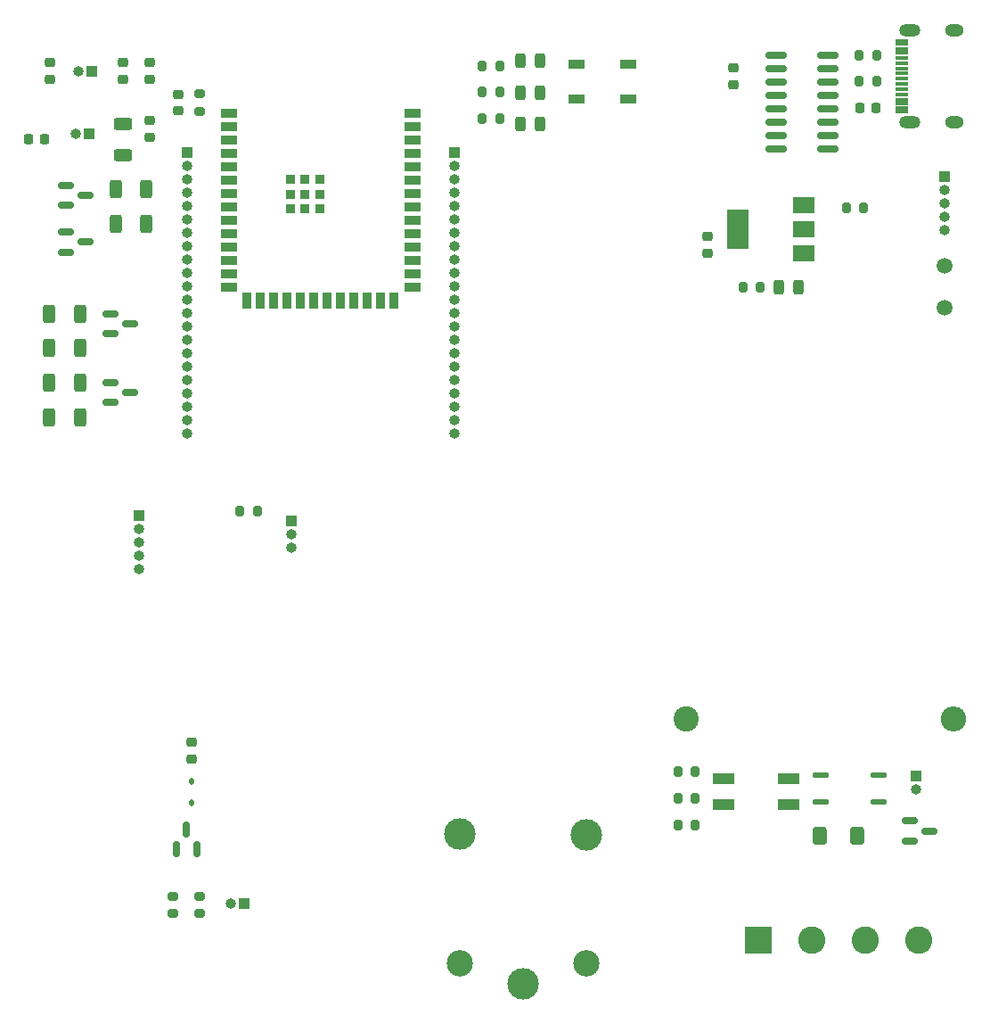
<source format=gbr>
%TF.GenerationSoftware,KiCad,Pcbnew,7.0.1*%
%TF.CreationDate,2023-08-29T13:16:49+02:00*%
%TF.ProjectId,LAS_V1,4c41535f-5631-42e6-9b69-6361645f7063,rev?*%
%TF.SameCoordinates,Original*%
%TF.FileFunction,Copper,L1,Top*%
%TF.FilePolarity,Positive*%
%FSLAX46Y46*%
G04 Gerber Fmt 4.6, Leading zero omitted, Abs format (unit mm)*
G04 Created by KiCad (PCBNEW 7.0.1) date 2023-08-29 13:16:49*
%MOMM*%
%LPD*%
G01*
G04 APERTURE LIST*
G04 Aperture macros list*
%AMRoundRect*
0 Rectangle with rounded corners*
0 $1 Rounding radius*
0 $2 $3 $4 $5 $6 $7 $8 $9 X,Y pos of 4 corners*
0 Add a 4 corners polygon primitive as box body*
4,1,4,$2,$3,$4,$5,$6,$7,$8,$9,$2,$3,0*
0 Add four circle primitives for the rounded corners*
1,1,$1+$1,$2,$3*
1,1,$1+$1,$4,$5*
1,1,$1+$1,$6,$7*
1,1,$1+$1,$8,$9*
0 Add four rect primitives between the rounded corners*
20,1,$1+$1,$2,$3,$4,$5,0*
20,1,$1+$1,$4,$5,$6,$7,0*
20,1,$1+$1,$6,$7,$8,$9,0*
20,1,$1+$1,$8,$9,$2,$3,0*%
G04 Aperture macros list end*
%TA.AperFunction,SMDPad,CuDef*%
%ADD10RoundRect,0.243750X0.243750X0.456250X-0.243750X0.456250X-0.243750X-0.456250X0.243750X-0.456250X0*%
%TD*%
%TA.AperFunction,SMDPad,CuDef*%
%ADD11RoundRect,0.137500X-0.587500X-0.137500X0.587500X-0.137500X0.587500X0.137500X-0.587500X0.137500X0*%
%TD*%
%TA.AperFunction,SMDPad,CuDef*%
%ADD12RoundRect,0.150000X-0.825000X-0.150000X0.825000X-0.150000X0.825000X0.150000X-0.825000X0.150000X0*%
%TD*%
%TA.AperFunction,SMDPad,CuDef*%
%ADD13R,2.000000X1.500000*%
%TD*%
%TA.AperFunction,SMDPad,CuDef*%
%ADD14R,2.000000X3.800000*%
%TD*%
%TA.AperFunction,SMDPad,CuDef*%
%ADD15R,1.500000X0.900000*%
%TD*%
%TA.AperFunction,SMDPad,CuDef*%
%ADD16R,0.900000X1.500000*%
%TD*%
%TA.AperFunction,SMDPad,CuDef*%
%ADD17R,0.900000X0.900000*%
%TD*%
%TA.AperFunction,SMDPad,CuDef*%
%ADD18C,1.500000*%
%TD*%
%TA.AperFunction,ComponentPad*%
%ADD19O,1.000000X1.000000*%
%TD*%
%TA.AperFunction,ComponentPad*%
%ADD20R,1.000000X1.000000*%
%TD*%
%TA.AperFunction,SMDPad,CuDef*%
%ADD21RoundRect,0.250000X-0.312500X-0.625000X0.312500X-0.625000X0.312500X0.625000X-0.312500X0.625000X0*%
%TD*%
%TA.AperFunction,SMDPad,CuDef*%
%ADD22RoundRect,0.200000X-0.200000X-0.275000X0.200000X-0.275000X0.200000X0.275000X-0.200000X0.275000X0*%
%TD*%
%TA.AperFunction,ComponentPad*%
%ADD23C,2.400000*%
%TD*%
%TA.AperFunction,ComponentPad*%
%ADD24O,2.400000X2.400000*%
%TD*%
%TA.AperFunction,SMDPad,CuDef*%
%ADD25RoundRect,0.200000X-0.275000X0.200000X-0.275000X-0.200000X0.275000X-0.200000X0.275000X0.200000X0*%
%TD*%
%TA.AperFunction,SMDPad,CuDef*%
%ADD26RoundRect,0.200000X0.200000X0.275000X-0.200000X0.275000X-0.200000X-0.275000X0.200000X-0.275000X0*%
%TD*%
%TA.AperFunction,SMDPad,CuDef*%
%ADD27RoundRect,0.200000X0.275000X-0.200000X0.275000X0.200000X-0.275000X0.200000X-0.275000X-0.200000X0*%
%TD*%
%TA.AperFunction,SMDPad,CuDef*%
%ADD28RoundRect,0.250000X-0.625000X0.312500X-0.625000X-0.312500X0.625000X-0.312500X0.625000X0.312500X0*%
%TD*%
%TA.AperFunction,SMDPad,CuDef*%
%ADD29RoundRect,0.150000X-0.587500X-0.150000X0.587500X-0.150000X0.587500X0.150000X-0.587500X0.150000X0*%
%TD*%
%TA.AperFunction,SMDPad,CuDef*%
%ADD30RoundRect,0.150000X0.150000X-0.587500X0.150000X0.587500X-0.150000X0.587500X-0.150000X-0.587500X0*%
%TD*%
%TA.AperFunction,ComponentPad*%
%ADD31C,3.000000*%
%TD*%
%TA.AperFunction,ComponentPad*%
%ADD32C,2.500000*%
%TD*%
%TA.AperFunction,ComponentPad*%
%ADD33O,2.000000X1.200000*%
%TD*%
%TA.AperFunction,ComponentPad*%
%ADD34O,1.800000X1.200000*%
%TD*%
%TA.AperFunction,SMDPad,CuDef*%
%ADD35R,1.300000X0.300000*%
%TD*%
%TA.AperFunction,ComponentPad*%
%ADD36R,2.600000X2.600000*%
%TD*%
%TA.AperFunction,ComponentPad*%
%ADD37C,2.600000*%
%TD*%
%TA.AperFunction,SMDPad,CuDef*%
%ADD38RoundRect,0.250000X-0.400000X-0.600000X0.400000X-0.600000X0.400000X0.600000X-0.400000X0.600000X0*%
%TD*%
%TA.AperFunction,SMDPad,CuDef*%
%ADD39R,2.000000X1.100000*%
%TD*%
%TA.AperFunction,SMDPad,CuDef*%
%ADD40RoundRect,0.112500X0.112500X-0.187500X0.112500X0.187500X-0.112500X0.187500X-0.112500X-0.187500X0*%
%TD*%
%TA.AperFunction,SMDPad,CuDef*%
%ADD41RoundRect,0.218750X0.256250X-0.218750X0.256250X0.218750X-0.256250X0.218750X-0.256250X-0.218750X0*%
%TD*%
%TA.AperFunction,SMDPad,CuDef*%
%ADD42RoundRect,0.225000X0.250000X-0.225000X0.250000X0.225000X-0.250000X0.225000X-0.250000X-0.225000X0*%
%TD*%
%TA.AperFunction,SMDPad,CuDef*%
%ADD43RoundRect,0.225000X-0.250000X0.225000X-0.250000X-0.225000X0.250000X-0.225000X0.250000X0.225000X0*%
%TD*%
%TA.AperFunction,SMDPad,CuDef*%
%ADD44RoundRect,0.225000X0.225000X0.250000X-0.225000X0.250000X-0.225000X-0.250000X0.225000X-0.250000X0*%
%TD*%
G04 APERTURE END LIST*
D10*
%TO.P,D2,1,K*%
%TO.N,GND*%
X142577500Y-66555000D03*
%TO.P,D2,2,A*%
%TO.N,Net-(D2-A)*%
X140702500Y-66555000D03*
%TD*%
%TO.P,D1,1,K*%
%TO.N,GND*%
X167112500Y-82000000D03*
%TO.P,D1,2,A*%
%TO.N,Net-(D1-A)*%
X165237500Y-82000000D03*
%TD*%
D11*
%TO.P,U5,1*%
%TO.N,Net-(D11-K)*%
X169230000Y-128330000D03*
%TO.P,U5,2*%
%TO.N,Net-(R21-Pad2)*%
X169230000Y-130870000D03*
%TO.P,U5,3*%
%TO.N,GND*%
X174730000Y-130870000D03*
%TO.P,U5,4*%
%TO.N,/AC_Mon_1*%
X174730000Y-128330000D03*
%TD*%
D12*
%TO.P,U3,1,GND*%
%TO.N,GND*%
X165025000Y-60055000D03*
%TO.P,U3,2,TXD*%
%TO.N,/RXD0*%
X165025000Y-61325000D03*
%TO.P,U3,3,RXD*%
%TO.N,/TXD0*%
X165025000Y-62595000D03*
%TO.P,U3,4,V3*%
%TO.N,Net-(U3-V3)*%
X165025000Y-63865000D03*
%TO.P,U3,5,UD+*%
%TO.N,Net-(J8-Pin_2)*%
X165025000Y-65135000D03*
%TO.P,U3,6,UD-*%
%TO.N,Net-(J8-Pin_1)*%
X165025000Y-66405000D03*
%TO.P,U3,7,NC*%
%TO.N,unconnected-(U3-NC-Pad7)*%
X165025000Y-67675000D03*
%TO.P,U3,8,NC*%
%TO.N,unconnected-(U3-NC-Pad8)*%
X165025000Y-68945000D03*
%TO.P,U3,9,~{CTS}*%
%TO.N,unconnected-(U3-~{CTS}-Pad9)*%
X169975000Y-68945000D03*
%TO.P,U3,10,~{DSR}*%
%TO.N,unconnected-(U3-~{DSR}-Pad10)*%
X169975000Y-67675000D03*
%TO.P,U3,11,~{RI}*%
%TO.N,unconnected-(U3-~{RI}-Pad11)*%
X169975000Y-66405000D03*
%TO.P,U3,12,~{DCD}*%
%TO.N,unconnected-(U3-~{DCD}-Pad12)*%
X169975000Y-65135000D03*
%TO.P,U3,13,~{DTR}*%
%TO.N,/USB Interface/DTR*%
X169975000Y-63865000D03*
%TO.P,U3,14,~{RTS}*%
%TO.N,/USB Interface/RTS*%
X169975000Y-62595000D03*
%TO.P,U3,15,R232*%
%TO.N,unconnected-(U3-R232-Pad15)*%
X169975000Y-61325000D03*
%TO.P,U3,16,VCC*%
%TO.N,/+3.3V*%
X169975000Y-60055000D03*
%TD*%
D13*
%TO.P,U2,1,GND*%
%TO.N,GND*%
X167650000Y-78800000D03*
D14*
%TO.P,U2,2,VO*%
%TO.N,/+3.3V*%
X161350000Y-76500000D03*
D13*
X167650000Y-76500000D03*
%TO.P,U2,3,VI*%
%TO.N,Net-(U2-VI)*%
X167650000Y-74200000D03*
%TD*%
D15*
%TO.P,U1,1,GND*%
%TO.N,GND*%
X113000000Y-65500000D03*
%TO.P,U1,2,3V3*%
%TO.N,/+3.3V*%
X113000000Y-66770000D03*
%TO.P,U1,3,EN*%
%TO.N,/CHIP_PU*%
X113000000Y-68040000D03*
%TO.P,U1,4,GPIO4/TOUCH4/ADC1_CH3*%
%TO.N,/GPIO4*%
X113000000Y-69310000D03*
%TO.P,U1,5,GPIO5/TOUCH5/ADC1_CH4*%
%TO.N,/DIN_3.3*%
X113000000Y-70580000D03*
%TO.P,U1,6,GPIO6/TOUCH6/ADC1_CH5*%
%TO.N,/GPIO6*%
X113000000Y-71850000D03*
%TO.P,U1,7,GPIO7/TOUCH7/ADC1_CH6*%
%TO.N,/AC_Mon_1*%
X113000000Y-73120000D03*
%TO.P,U1,8,GPIO15/U0RTS/ADC2_CH4/XTAL_32K_P*%
%TO.N,/GPIO15*%
X113000000Y-74390000D03*
%TO.P,U1,9,GPIO16/U0CTS/ADC2_CH5/XTAL_32K_N*%
%TO.N,/GPIO16*%
X113000000Y-75660000D03*
%TO.P,U1,10,GPIO17/U1TXD/ADC2_CH6*%
%TO.N,/GPIO17*%
X113000000Y-76930000D03*
%TO.P,U1,11,GPIO18/U1RXD/ADC2_CH7/CLK_OUT3*%
%TO.N,/GPIO18*%
X113000000Y-78200000D03*
%TO.P,U1,12,GPIO8/TOUCH8/ADC1_CH7/SUBSPICS1*%
%TO.N,/GPIO8*%
X113000000Y-79470000D03*
%TO.P,U1,13,GPIO19/U1RTS/ADC2_CH8/CLK_OUT2/USB_D-*%
%TO.N,/GPIO19*%
X113000000Y-80740000D03*
%TO.P,U1,14,GPIO20/U1CTS/ADC2_CH9/CLK_OUT1/USB_D+*%
%TO.N,/GPIO20*%
X113000000Y-82010000D03*
D16*
%TO.P,U1,15,GPIO3/TOUCH3/ADC1_CH2*%
%TO.N,/GPIO3*%
X114765000Y-83260000D03*
%TO.P,U1,16,GPIO46*%
%TO.N,/GPIO46*%
X116035000Y-83260000D03*
%TO.P,U1,17,GPIO9/TOUCH9/ADC1_CH8/FSPIHD/SUBSPIHD*%
%TO.N,/GPIO9*%
X117305000Y-83260000D03*
%TO.P,U1,18,GPIO10/TOUCH10/ADC1_CH9/FSPICS0/FSPIIO4/SUBSPICS0*%
%TO.N,/GPIO10*%
X118575000Y-83260000D03*
%TO.P,U1,19,GPIO11/TOUCH11/ADC2_CH0/FSPID/FSPIIO5/SUBSPID*%
%TO.N,/GPIO11*%
X119845000Y-83260000D03*
%TO.P,U1,20,GPIO12/TOUCH12/ADC2_CH1/FSPICLK/FSPIIO6/SUBSPICLK*%
%TO.N,/GPIO12*%
X121115000Y-83260000D03*
%TO.P,U1,21,GPIO13/TOUCH13/ADC2_CH2/FSPIQ/FSPIIO7/SUBSPIQ*%
%TO.N,/GPIO13*%
X122385000Y-83260000D03*
%TO.P,U1,22,GPIO14/TOUCH14/ADC2_CH3/FSPIWP/FSPIDQS/SUBSPIWP*%
%TO.N,/GPIO14*%
X123655000Y-83260000D03*
%TO.P,U1,23,GPIO21*%
%TO.N,/GPIO21*%
X124925000Y-83260000D03*
%TO.P,U1,24,GPIO47/SPICLK_P/SUBSPICLK_P_DIFF*%
%TO.N,/GPIO47*%
X126195000Y-83260000D03*
%TO.P,U1,25,GPIO48/SPICLK_N/SUBSPICLK_N_DIFF*%
%TO.N,/GPIO48*%
X127465000Y-83260000D03*
%TO.P,U1,26,GPIO45*%
%TO.N,/GPIO45*%
X128735000Y-83260000D03*
D15*
%TO.P,U1,27,GPIO0/BOOT*%
%TO.N,/BOOT_SEL*%
X130500000Y-82010000D03*
%TO.P,U1,28,SPIIO6/GPIO35/FSPID/SUBSPID*%
%TO.N,/GPIO35*%
X130500000Y-80740000D03*
%TO.P,U1,29,SPIIO7/GPIO36/FSPICLK/SUBSPICLK*%
%TO.N,/GPIO36*%
X130500000Y-79470000D03*
%TO.P,U1,30,SPIDQS/GPIO37/FSPIQ/SUBSPIQ*%
%TO.N,/GPIO37*%
X130500000Y-78200000D03*
%TO.P,U1,31,GPIO38/FSPIWP/SUBSPIWP*%
%TO.N,/GPIO38*%
X130500000Y-76930000D03*
%TO.P,U1,32,MTCK/GPIO39/CLK_OUT3/SUBSPICS1*%
%TO.N,/GPIO39*%
X130500000Y-75660000D03*
%TO.P,U1,33,MTDO/GPIO40/CLK_OUT2*%
%TO.N,/GPIO40*%
X130500000Y-74390000D03*
%TO.P,U1,34,MTDI/GPIO41/CLK_OUT1*%
%TO.N,/GPIO41*%
X130500000Y-73120000D03*
%TO.P,U1,35,MTMS/GPIO42*%
%TO.N,/GPIO42*%
X130500000Y-71850000D03*
%TO.P,U1,36,U0RXD/GPIO44/CLK_OUT2*%
%TO.N,/RXD0*%
X130500000Y-70580000D03*
%TO.P,U1,37,U0TXD/GPIO43/CLK_OUT1*%
%TO.N,/TXD0*%
X130500000Y-69310000D03*
%TO.P,U1,38,GPIO2/TOUCH2/ADC1_CH1*%
%TO.N,/GPIO2*%
X130500000Y-68040000D03*
%TO.P,U1,39,GPIO1/TOUCH1/ADC1_CH0*%
%TO.N,/GPIO1*%
X130500000Y-66770000D03*
%TO.P,U1,40,GND*%
%TO.N,GND*%
X130500000Y-65500000D03*
D17*
%TO.P,U1,41,GND*%
X118850000Y-71820000D03*
X118850000Y-73220000D03*
X118850000Y-74620000D03*
X118850000Y-74620000D03*
X120250000Y-71820000D03*
X120250000Y-71820000D03*
X120250000Y-73220000D03*
X120250000Y-74620000D03*
X121650000Y-71820000D03*
X121650000Y-73220000D03*
X121650000Y-74620000D03*
%TD*%
D18*
%TO.P,TP2,1,1*%
%TO.N,/+3.3V*%
X181000000Y-80000000D03*
%TD*%
%TO.P,TP1,1,1*%
%TO.N,/VBus*%
X181000000Y-84000000D03*
%TD*%
D19*
%TO.P,SW2,2,2*%
%TO.N,/CHIP_PU*%
X98730000Y-61510000D03*
D20*
%TO.P,SW2,1,1*%
%TO.N,GND*%
X100000000Y-61510000D03*
%TD*%
D19*
%TO.P,SW1,2,2*%
%TO.N,/BOOT_SEL*%
X98480000Y-67510000D03*
D20*
%TO.P,SW1,1,1*%
%TO.N,GND*%
X99750000Y-67510000D03*
%TD*%
D21*
%TO.P,R29,1*%
%TO.N,/VBus*%
X95975000Y-94400000D03*
%TO.P,R29,2*%
%TO.N,/LEDs/DIN*%
X98900000Y-94400000D03*
%TD*%
%TO.P,R28,1*%
%TO.N,/+3.3V*%
X95975000Y-91110000D03*
%TO.P,R28,2*%
%TO.N,/DIN_3.3*%
X98900000Y-91110000D03*
%TD*%
%TO.P,R27,2*%
%TO.N,/TX_RFID*%
X98900000Y-87820000D03*
%TO.P,R27,1*%
%TO.N,/VBus*%
X95975000Y-87820000D03*
%TD*%
%TO.P,R26,1*%
%TO.N,/+3.3V*%
X95975000Y-84530000D03*
%TO.P,R26,2*%
%TO.N,/GPIO45*%
X98900000Y-84530000D03*
%TD*%
D22*
%TO.P,R24,1*%
%TO.N,/AC_Mon_1*%
X155705000Y-133050000D03*
%TO.P,R24,2*%
%TO.N,/+3.3V*%
X157355000Y-133050000D03*
%TD*%
%TO.P,R21,1*%
%TO.N,GND*%
X155705000Y-130540000D03*
%TO.P,R21,2*%
%TO.N,Net-(R21-Pad2)*%
X157355000Y-130540000D03*
%TD*%
%TO.P,R20,1*%
%TO.N,GND*%
X155705000Y-128030000D03*
%TO.P,R20,2*%
%TO.N,Net-(Q4-E)*%
X157355000Y-128030000D03*
%TD*%
D23*
%TO.P,R17,1*%
%TO.N,Net-(D8-+)*%
X156500000Y-123000000D03*
D24*
%TO.P,R17,2*%
%TO.N,Net-(D11-K)*%
X181900000Y-123000000D03*
%TD*%
D21*
%TO.P,R14,1*%
%TO.N,/USB Interface/DTR*%
X102250000Y-76010000D03*
%TO.P,R14,2*%
%TO.N,Net-(Q2-B)*%
X105175000Y-76010000D03*
%TD*%
%TO.P,R13,1*%
%TO.N,/USB Interface/RTS*%
X102250000Y-72720000D03*
%TO.P,R13,2*%
%TO.N,Net-(Q3-B)*%
X105175000Y-72720000D03*
%TD*%
D25*
%TO.P,R12,1*%
%TO.N,/+3.3V*%
X110250000Y-63685000D03*
%TO.P,R12,2*%
%TO.N,/CHIP_PU*%
X110250000Y-65335000D03*
%TD*%
D26*
%TO.P,R11,1*%
%TO.N,Net-(J7-CC2)*%
X174550000Y-59980000D03*
%TO.P,R11,2*%
%TO.N,GND*%
X172900000Y-59980000D03*
%TD*%
%TO.P,R10,1*%
%TO.N,Net-(J7-CC1)*%
X174550000Y-62490000D03*
%TO.P,R10,2*%
%TO.N,GND*%
X172900000Y-62490000D03*
%TD*%
D27*
%TO.P,R9,1*%
%TO.N,Net-(J6-Pin_2)*%
X110240000Y-141492500D03*
%TO.P,R9,2*%
%TO.N,Net-(Q1-B)*%
X110240000Y-139842500D03*
%TD*%
%TO.P,R8,1*%
%TO.N,/VBus*%
X107730000Y-141492500D03*
%TO.P,R8,2*%
%TO.N,Net-(D6-A)*%
X107730000Y-139842500D03*
%TD*%
D22*
%TO.P,R7,1*%
%TO.N,/GPIO3*%
X137100000Y-66020000D03*
%TO.P,R7,2*%
%TO.N,Net-(D5-A)*%
X138750000Y-66020000D03*
%TD*%
%TO.P,R6,1*%
%TO.N,/GPIO2*%
X137100000Y-63510000D03*
%TO.P,R6,2*%
%TO.N,Net-(D3-A)*%
X138750000Y-63510000D03*
%TD*%
%TO.P,R5,1*%
%TO.N,/GPIO1*%
X137100000Y-61000000D03*
%TO.P,R5,2*%
%TO.N,Net-(D2-A)*%
X138750000Y-61000000D03*
%TD*%
D26*
%TO.P,R4,1*%
%TO.N,/+3.3V*%
X163500000Y-82000000D03*
%TO.P,R4,2*%
%TO.N,Net-(D1-A)*%
X161850000Y-82000000D03*
%TD*%
%TO.P,R3,1*%
%TO.N,Net-(U2-VI)*%
X173325000Y-74500000D03*
%TO.P,R3,2*%
%TO.N,/VBus*%
X171675000Y-74500000D03*
%TD*%
D28*
%TO.P,R2,1*%
%TO.N,/+3.3V*%
X103000000Y-66547500D03*
%TO.P,R2,2*%
%TO.N,/CHIP_PU*%
X103000000Y-69472500D03*
%TD*%
D22*
%TO.P,R1,1*%
%TO.N,/LEDs/DIN*%
X114095000Y-103315000D03*
%TO.P,R1,2*%
%TO.N,/DIN_3.3*%
X115745000Y-103315000D03*
%TD*%
D29*
%TO.P,Q6,1,G*%
%TO.N,/+3.3V*%
X101750000Y-91060000D03*
%TO.P,Q6,2,S*%
%TO.N,/DIN_3.3*%
X101750000Y-92960000D03*
%TO.P,Q6,3,D*%
%TO.N,/LEDs/DIN*%
X103625000Y-92010000D03*
%TD*%
%TO.P,Q5,1,G*%
%TO.N,/+3.3V*%
X101750000Y-84560000D03*
%TO.P,Q5,2,S*%
%TO.N,/GPIO45*%
X101750000Y-86460000D03*
%TO.P,Q5,3,D*%
%TO.N,/TX_RFID*%
X103625000Y-85510000D03*
%TD*%
%TO.P,Q4,1,B*%
%TO.N,Net-(D11-A)*%
X177732500Y-132700000D03*
%TO.P,Q4,2,E*%
%TO.N,Net-(Q4-E)*%
X177732500Y-134600000D03*
%TO.P,Q4,3,C*%
%TO.N,Net-(D11-K)*%
X179607500Y-133650000D03*
%TD*%
%TO.P,Q3,1,B*%
%TO.N,Net-(Q3-B)*%
X97525000Y-76800000D03*
%TO.P,Q3,2,E*%
%TO.N,/USB Interface/DTR*%
X97525000Y-78700000D03*
%TO.P,Q3,3,C*%
%TO.N,/BOOT_SEL*%
X99400000Y-77750000D03*
%TD*%
%TO.P,Q2,1,B*%
%TO.N,Net-(Q2-B)*%
X97525000Y-72350000D03*
%TO.P,Q2,2,E*%
%TO.N,/USB Interface/RTS*%
X97525000Y-74250000D03*
%TO.P,Q2,3,C*%
%TO.N,/CHIP_PU*%
X99400000Y-73300000D03*
%TD*%
D30*
%TO.P,Q1,1,B*%
%TO.N,Net-(Q1-B)*%
X108050000Y-135375000D03*
%TO.P,Q1,2,E*%
%TO.N,GND*%
X109950000Y-135375000D03*
%TO.P,Q1,3,C*%
%TO.N,Net-(D6-K)*%
X109000000Y-133500000D03*
%TD*%
D31*
%TO.P,K1,1*%
%TO.N,/LIVE*%
X140950000Y-148150000D03*
D32*
%TO.P,K1,2*%
%TO.N,/VBus*%
X147000000Y-146200000D03*
D31*
%TO.P,K1,3*%
%TO.N,/N01*%
X147000000Y-134000000D03*
%TO.P,K1,4*%
%TO.N,/NC1*%
X134950000Y-133950000D03*
D32*
%TO.P,K1,5*%
%TO.N,Net-(D6-K)*%
X135000000Y-146200000D03*
%TD*%
D20*
%TO.P,J9,1,Pin_1*%
%TO.N,Net-(J9-Pin_1)*%
X178300000Y-128450000D03*
D19*
%TO.P,J9,2,Pin_2*%
%TO.N,/LIVE*%
X178300000Y-129720000D03*
%TD*%
D20*
%TO.P,J8,1,Pin_1*%
%TO.N,Net-(J8-Pin_1)*%
X181000000Y-71500000D03*
D19*
%TO.P,J8,2,Pin_2*%
%TO.N,Net-(J8-Pin_2)*%
X181000000Y-72770000D03*
%TO.P,J8,3,Pin_3*%
%TO.N,/TXD0*%
X181000000Y-74040000D03*
%TO.P,J8,4,Pin_4*%
%TO.N,/RXD0*%
X181000000Y-75310000D03*
%TO.P,J8,5,Pin_5*%
%TO.N,/VBus*%
X181000000Y-76580000D03*
%TD*%
D33*
%TO.P,J7,0*%
%TO.N,N/C*%
X177745500Y-66325000D03*
%TO.P,J7,1*%
X177745500Y-57675000D03*
D34*
%TO.P,J7,2*%
X181925500Y-57675000D03*
%TO.P,J7,3*%
X181925500Y-66325000D03*
D35*
%TO.P,J7,A1,GND*%
%TO.N,GND*%
X176977500Y-65350000D03*
%TO.P,J7,A4,VBUS*%
%TO.N,/VBus*%
X176977500Y-64550000D03*
%TO.P,J7,A5,CC1*%
%TO.N,Net-(J7-CC1)*%
X176977500Y-63250000D03*
%TO.P,J7,A6,D+*%
%TO.N,Net-(J8-Pin_2)*%
X176977500Y-62250000D03*
%TO.P,J7,A7,D-*%
%TO.N,Net-(J8-Pin_1)*%
X176977500Y-61750000D03*
%TO.P,J7,A8,SBU1*%
%TO.N,unconnected-(J7-SBU1-PadA8)*%
X176977500Y-60750000D03*
%TO.P,J7,A9,VBUS*%
%TO.N,/VBus*%
X176977500Y-59450000D03*
%TO.P,J7,A12,GND*%
%TO.N,GND*%
X176977500Y-58650000D03*
%TO.P,J7,B1,GND*%
X176977500Y-58950000D03*
%TO.P,J7,B4,VBUS*%
%TO.N,/VBus*%
X176977500Y-59750000D03*
%TO.P,J7,B5,CC2*%
%TO.N,Net-(J7-CC2)*%
X176977500Y-60250000D03*
%TO.P,J7,B6,D+*%
%TO.N,Net-(J8-Pin_2)*%
X176977500Y-61250000D03*
%TO.P,J7,B7,D-*%
%TO.N,Net-(J8-Pin_1)*%
X176977500Y-62750000D03*
%TO.P,J7,B8,SBU2*%
%TO.N,unconnected-(J7-SBU2-PadB8)*%
X176977500Y-63750000D03*
%TO.P,J7,B9,VBUS*%
%TO.N,/VBus*%
X176977500Y-64250000D03*
%TO.P,J7,B12,GND*%
%TO.N,GND*%
X176977500Y-65050000D03*
%TD*%
D20*
%TO.P,J6,1,Pin_1*%
%TO.N,/GPIO6*%
X114500000Y-140500000D03*
D19*
%TO.P,J6,2,Pin_2*%
%TO.N,Net-(J6-Pin_2)*%
X113230000Y-140500000D03*
%TD*%
D20*
%TO.P,J5,1,Pin_1*%
%TO.N,GND*%
X134450000Y-69250000D03*
D19*
%TO.P,J5,2,Pin_2*%
%TO.N,/TXD0*%
X134450000Y-70520000D03*
%TO.P,J5,3,Pin_3*%
%TO.N,/RXD0*%
X134450000Y-71790000D03*
%TO.P,J5,4,Pin_4*%
%TO.N,/GPIO1*%
X134450000Y-73060000D03*
%TO.P,J5,5,Pin_5*%
%TO.N,/GPIO2*%
X134450000Y-74330000D03*
%TO.P,J5,6,Pin_6*%
%TO.N,/GPIO42*%
X134450000Y-75600000D03*
%TO.P,J5,7,Pin_7*%
%TO.N,/GPIO41*%
X134450000Y-76870000D03*
%TO.P,J5,8,Pin_8*%
%TO.N,/GPIO40*%
X134450000Y-78140000D03*
%TO.P,J5,9,Pin_9*%
%TO.N,/GPIO39*%
X134450000Y-79410000D03*
%TO.P,J5,10,Pin_10*%
%TO.N,/GPIO38*%
X134450000Y-80680000D03*
%TO.P,J5,11,Pin_11*%
%TO.N,/GPIO37*%
X134450000Y-81950000D03*
%TO.P,J5,12,Pin_12*%
%TO.N,/GPIO36*%
X134450000Y-83220000D03*
%TO.P,J5,13,Pin_13*%
%TO.N,/GPIO35*%
X134450000Y-84490000D03*
%TO.P,J5,14,Pin_14*%
%TO.N,/BOOT_SEL*%
X134450000Y-85760000D03*
%TO.P,J5,15,Pin_15*%
%TO.N,/GPIO45*%
X134450000Y-87030000D03*
%TO.P,J5,16,Pin_16*%
%TO.N,/GPIO48*%
X134450000Y-88300000D03*
%TO.P,J5,17,Pin_17*%
%TO.N,/GPIO47*%
X134450000Y-89570000D03*
%TO.P,J5,18,Pin_18*%
%TO.N,/GPIO21*%
X134450000Y-90840000D03*
%TO.P,J5,19,Pin_19*%
%TO.N,/GPIO20*%
X134450000Y-92110000D03*
%TO.P,J5,20,Pin_20*%
%TO.N,/GPIO19*%
X134450000Y-93380000D03*
%TO.P,J5,21,Pin_21*%
%TO.N,GND*%
X134450000Y-94650000D03*
%TO.P,J5,22,Pin_22*%
X134450000Y-95920000D03*
%TD*%
%TO.P,J4,22,Pin_22*%
%TO.N,unconnected-(J4-Pin_22-Pad22)*%
X109050000Y-95920000D03*
%TO.P,J4,21,Pin_21*%
%TO.N,unconnected-(J4-Pin_21-Pad21)*%
X109050000Y-94650000D03*
%TO.P,J4,20,Pin_20*%
%TO.N,/GPIO14*%
X109050000Y-93380000D03*
%TO.P,J4,19,Pin_19*%
%TO.N,/GPIO13*%
X109050000Y-92110000D03*
%TO.P,J4,18,Pin_18*%
%TO.N,/GPIO12*%
X109050000Y-90840000D03*
%TO.P,J4,17,Pin_17*%
%TO.N,/GPIO11*%
X109050000Y-89570000D03*
%TO.P,J4,16,Pin_16*%
%TO.N,/GPIO10*%
X109050000Y-88300000D03*
%TO.P,J4,15,Pin_15*%
%TO.N,/GPIO9*%
X109050000Y-87030000D03*
%TO.P,J4,14,Pin_14*%
%TO.N,/GPIO46*%
X109050000Y-85760000D03*
%TO.P,J4,13,Pin_13*%
%TO.N,/GPIO3*%
X109050000Y-84490000D03*
%TO.P,J4,12,Pin_12*%
%TO.N,/GPIO8*%
X109050000Y-83220000D03*
%TO.P,J4,11,Pin_11*%
%TO.N,/GPIO18*%
X109050000Y-81950000D03*
%TO.P,J4,10,Pin_10*%
%TO.N,/GPIO17*%
X109050000Y-80680000D03*
%TO.P,J4,9,Pin_9*%
%TO.N,/GPIO16*%
X109050000Y-79410000D03*
%TO.P,J4,8,Pin_8*%
%TO.N,/GPIO15*%
X109050000Y-78140000D03*
%TO.P,J4,7,Pin_7*%
%TO.N,/AC_Mon_1*%
X109050000Y-76870000D03*
%TO.P,J4,6,Pin_6*%
%TO.N,/GPIO6*%
X109050000Y-75600000D03*
%TO.P,J4,5,Pin_5*%
%TO.N,/DIN_3.3*%
X109050000Y-74330000D03*
%TO.P,J4,4,Pin_4*%
%TO.N,/GPIO4*%
X109050000Y-73060000D03*
%TO.P,J4,3,Pin_3*%
%TO.N,/CHIP_PU*%
X109050000Y-71790000D03*
%TO.P,J4,2,Pin_2*%
%TO.N,/+3.3V*%
X109050000Y-70520000D03*
D20*
%TO.P,J4,1,Pin_1*%
X109050000Y-69250000D03*
%TD*%
%TO.P,J3,1,Pin_1*%
%TO.N,/TX_RFID*%
X104500000Y-103690000D03*
D19*
%TO.P,J3,2,Pin_2*%
%TO.N,unconnected-(J3-Pin_2-Pad2)*%
X104500000Y-104960000D03*
%TO.P,J3,3,Pin_3*%
%TO.N,unconnected-(J3-Pin_3-Pad3)*%
X104500000Y-106230000D03*
%TO.P,J3,4,Pin_4*%
%TO.N,GND*%
X104500000Y-107500000D03*
%TO.P,J3,5,Pin_5*%
%TO.N,/VBus*%
X104500000Y-108770000D03*
%TD*%
D20*
%TO.P,J2,1,Pin_1*%
%TO.N,/+3.3V*%
X119000000Y-104225000D03*
D19*
%TO.P,J2,2,Pin_2*%
%TO.N,/VBus*%
X119000000Y-105495000D03*
%TO.P,J2,3,Pin_3*%
%TO.N,GND*%
X119000000Y-106765000D03*
%TD*%
D36*
%TO.P,J1,1,Pin_1*%
%TO.N,/NEUTRAL*%
X163340000Y-144000000D03*
D37*
%TO.P,J1,2,Pin_2*%
%TO.N,/N01*%
X168420000Y-144000000D03*
%TO.P,J1,3,Pin_3*%
%TO.N,/NC1*%
X173500000Y-144000000D03*
%TO.P,J1,4,Pin_4*%
%TO.N,/LIVE*%
X178580000Y-144000000D03*
%TD*%
D38*
%TO.P,D11,1,K*%
%TO.N,Net-(D11-K)*%
X169205000Y-134095000D03*
%TO.P,D11,2,A*%
%TO.N,Net-(D11-A)*%
X172705000Y-134095000D03*
%TD*%
D39*
%TO.P,D8,1,+*%
%TO.N,Net-(D8-+)*%
X160035000Y-128702000D03*
%TO.P,D8,2,-*%
%TO.N,GND*%
X160035000Y-131102000D03*
%TO.P,D8,3*%
%TO.N,Net-(J9-Pin_1)*%
X166235000Y-131102000D03*
%TO.P,D8,4*%
%TO.N,/NEUTRAL*%
X166235000Y-128702000D03*
%TD*%
D40*
%TO.P,D7,1,K*%
%TO.N,/VBus*%
X109500000Y-131000000D03*
%TO.P,D7,2,A*%
%TO.N,Net-(D6-K)*%
X109500000Y-128900000D03*
%TD*%
D41*
%TO.P,D6,1,K*%
%TO.N,Net-(D6-K)*%
X109500000Y-126787500D03*
%TO.P,D6,2,A*%
%TO.N,Net-(D6-A)*%
X109500000Y-125212500D03*
%TD*%
D10*
%TO.P,D5,1,K*%
%TO.N,GND*%
X142577500Y-60555000D03*
%TO.P,D5,2,A*%
%TO.N,Net-(D5-A)*%
X140702500Y-60555000D03*
%TD*%
D15*
%TO.P,D4,1,VDD*%
%TO.N,/VBus*%
X146050000Y-60850000D03*
%TO.P,D4,2,DOUT*%
%TO.N,unconnected-(D4-DOUT-Pad2)*%
X146050000Y-64150000D03*
%TO.P,D4,3,VSS*%
%TO.N,GND*%
X150950000Y-64150000D03*
%TO.P,D4,4,DIN*%
%TO.N,/LEDs/DIN*%
X150950000Y-60850000D03*
%TD*%
D10*
%TO.P,D3,1,K*%
%TO.N,GND*%
X142577500Y-63555000D03*
%TO.P,D3,2,A*%
%TO.N,Net-(D3-A)*%
X140702500Y-63555000D03*
%TD*%
D42*
%TO.P,C9,1*%
%TO.N,/CHIP_PU*%
X108250000Y-65285000D03*
%TO.P,C9,2*%
%TO.N,GND*%
X108250000Y-63735000D03*
%TD*%
D43*
%TO.P,C8,1*%
%TO.N,GND*%
X161000000Y-61225000D03*
%TO.P,C8,2*%
%TO.N,Net-(U3-V3)*%
X161000000Y-62775000D03*
%TD*%
D44*
%TO.P,C7,1*%
%TO.N,/VBus*%
X174500000Y-65000000D03*
%TO.P,C7,2*%
%TO.N,GND*%
X172950000Y-65000000D03*
%TD*%
D43*
%TO.P,C6,1*%
%TO.N,/+3.3V*%
X158500000Y-77225000D03*
%TO.P,C6,2*%
%TO.N,GND*%
X158500000Y-78775000D03*
%TD*%
%TO.P,C5,2*%
%TO.N,GND*%
X96000000Y-62285000D03*
%TO.P,C5,1*%
%TO.N,/CHIP_PU*%
X96000000Y-60735000D03*
%TD*%
%TO.P,C4,1*%
%TO.N,/+3.3V*%
X105500000Y-60735000D03*
%TO.P,C4,2*%
%TO.N,GND*%
X105500000Y-62285000D03*
%TD*%
%TO.P,C3,1*%
%TO.N,/+3.3V*%
X103000000Y-60735000D03*
%TO.P,C3,2*%
%TO.N,GND*%
X103000000Y-62285000D03*
%TD*%
D44*
%TO.P,C2,2*%
%TO.N,GND*%
X93970000Y-68010000D03*
%TO.P,C2,1*%
%TO.N,/BOOT_SEL*%
X95520000Y-68010000D03*
%TD*%
D43*
%TO.P,C1,1*%
%TO.N,/CHIP_PU*%
X105500000Y-66235000D03*
%TO.P,C1,2*%
%TO.N,GND*%
X105500000Y-67785000D03*
%TD*%
M02*

</source>
